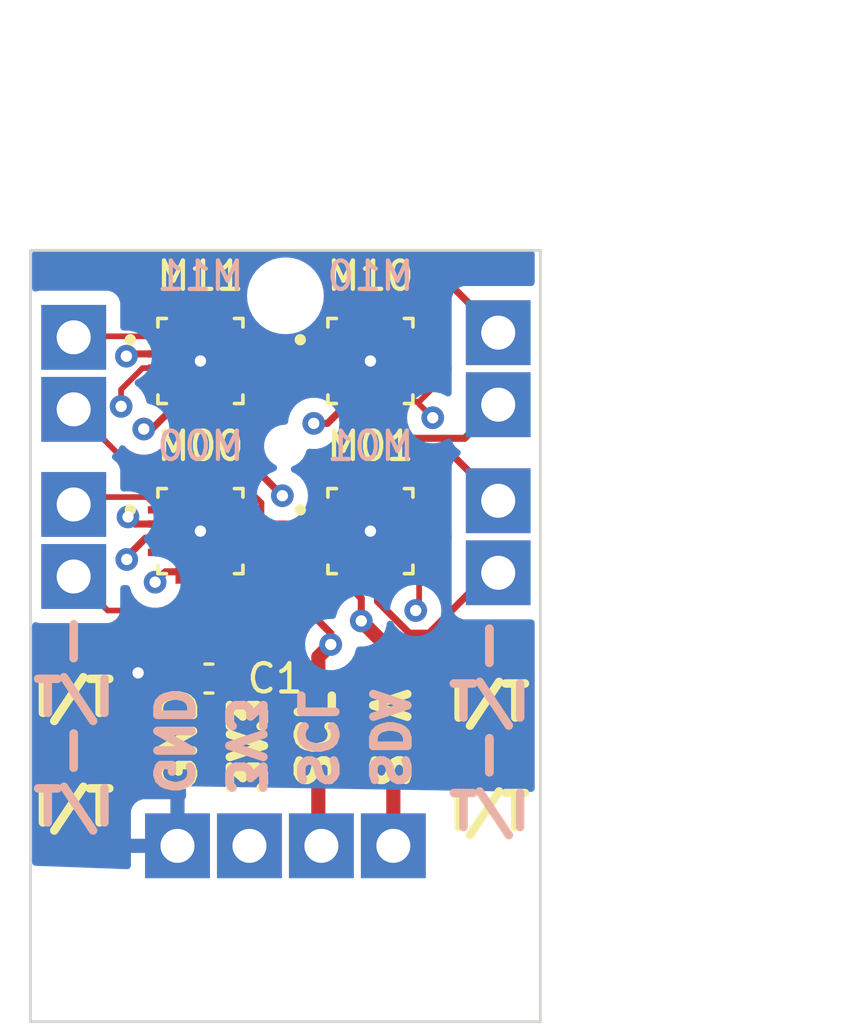
<source format=kicad_pcb>
(kicad_pcb (version 20221018) (generator pcbnew)
  (layers (0 "F.Cu" signal) (1 "In1.Cu" signal) (2 "In2.Cu" signal) (31 "B.Cu" signal) (34 "B.Paste" user) (35 "F.Paste" user) (36 "B.SilkS" user "B.Silkscreen") (37 "F.SilkS" user "F.Silkscreen") (38 "B.Mask" user) (39 "F.Mask" user) (44 "Edge.Cuts" user))
  (net 0 "")
  (net 1 "GND")
  (net 2 "/3V3")
  (net 3 "/SCL")
  (net 4 "/SDA")
  (net 5 "Net-(M10-INT{slash}TRIG)")
  (net 7 "Net-(M10-INT)")
  (net 8 "Net-(M11-INT{slash}TRIG)")
  (net 10 "Net-(M11-INT)")
  (net 11 "Net-(M01-INT{slash}TRIG)")
  (net 13 "Net-(M01-INT)")
  (net 14 "Net-(M00-INT{slash}TRIG)")
  (net 16 "Net-(M00-INT)")
  (footprint "" (layer "F.Cu") (at 24.8 40.482)
    (fp_text reference "" (at 0 0) (layer "F.SilkS") (effects (font (size 1.27 1.27))))
    (fp_text value "" (at 0 0) (layer "F.SilkS") (effects (font (size 1.27 1.27))))
    (pad "" np_thru_hole circle (at 0.2 0.218) (size 1.5 1.5) (drill 2.2) (layers "F&B.Cu" "*.Mask"))
  )
  (footprint "magtouch:2POS_INTERFACE" (layer "F.Cu") (at 32.512 44.54 90)
    (fp_text reference "I2" hide)
    (fp_text value "2POS_INTERFACE" hide)
    (pad "1" thru_hole rect (at 0 0 90) (size 2.286 2.286) (drill 1.2) (layers "*.Cu" "*.Mask") (net 5 "Net-(M10-INT{slash}TRIG)"))
    (pad "2" thru_hole rect (at 2.54 0 90) (size 2.286 2.286) (drill 1.2) (layers "*.Cu" "*.Mask") (net 7 "Net-(M10-INT)"))
  )
  (footprint "magtouch:QFN50P300X300X100-17N" (layer "F.Cu") (at 28 43)
    (fp_text reference "M10" (at 0 -3) (layer "F.SilkS"))
    (fp_text value "~" hide)
    (fp_text user "${REFERENCE}" (at 0 -3) (layer "B.SilkS") (effects (justify mirror)))
    (fp_line (start -1.5 -1.5) (end -1.5 -1.2) (stroke (width 0.127)) (layer "F.SilkS"))
    (fp_line (start -1.5 -1.5) (end -1.2 -1.5) (stroke (width 0.127)) (layer "F.SilkS"))
    (fp_line (start -1.5 1.5) (end -1.5 1.2) (stroke (width 0.127)) (layer "F.SilkS"))
    (fp_line (start -1.5 1.5) (end -1.2 1.5) (stroke (width 0.127)) (layer "F.SilkS"))
    (fp_line (start 1.5 -1.5) (end 1.2 -1.5) (stroke (width 0.127)) (layer "F.SilkS"))
    (fp_line (start 1.5 -1.5) (end 1.5 -1.2) (stroke (width 0.127)) (layer "F.SilkS"))
    (fp_line (start 1.5 1.5) (end 1.2 1.5) (stroke (width 0.127)) (layer "F.SilkS"))
    (fp_line (start 1.5 1.5) (end 1.5 1.2) (stroke (width 0.127)) (layer "F.SilkS"))
    (fp_circle (center -2.475 -0.75) (end -2.375 -0.75) (stroke (width 0.2)) (fill none) (layer "F.SilkS"))
    (pad "1" smd roundrect (at -1.435 -0.75) (size 0.84 0.26) (layers "F.Cu" "F.Paste" "F.Mask") (roundrect_rratio 0.03) (net 7 "Net-(M10-INT)"))
    (pad "2" smd roundrect (at -1.435 -0.25) (size 0.84 0.26) (layers "F.Cu" "F.Paste" "F.Mask") (roundrect_rratio 0.03) (net 2 "/3V3"))
    (pad "3" smd roundrect (at -1.435 0.25) (size 0.84 0.26) (layers "F.Cu" "F.Paste" "F.Mask") (roundrect_rratio 0.03) (net 3 "/SCL"))
    (pad "4" smd roundrect (at -1.435 0.75) (size 0.84 0.26) (layers "F.Cu" "F.Paste" "F.Mask") (roundrect_rratio 0.03) (net 1 "GND"))
    (pad "5" smd roundrect (at -0.75 1.435 90) (size 0.84 0.26) (layers "F.Cu" "F.Paste" "F.Mask") (roundrect_rratio 0.03) (net 4 "/SDA"))
    (pad "6" smd roundrect (at -0.25 1.435 90) (size 0.84 0.26) (layers "F.Cu" "F.Paste" "F.Mask") (roundrect_rratio 0.03))
    (pad "7" smd roundrect (at 0.25 1.435 90) (size 0.84 0.26) (layers "F.Cu" "F.Paste" "F.Mask") (roundrect_rratio 0.03) (net 5 "Net-(M10-INT{slash}TRIG)"))
    (pad "8" smd roundrect (at 0.75 1.435 90) (size 0.84 0.26) (layers "F.Cu" "F.Paste" "F.Mask") (roundrect_rratio 0.03) (net 2 "/3V3"))
    (pad "9" smd roundrect (at 1.435 0.75) (size 0.84 0.26) (layers "F.Cu" "F.Paste" "F.Mask") (roundrect_rratio 0.03) (net 1 "GND"))
    (pad "10" smd roundrect (at 1.435 0.25) (size 0.84 0.26) (layers "F.Cu" "F.Paste" "F.Mask") (roundrect_rratio 0.03) (net 1 "GND"))
    (pad "11" smd roundrect (at 1.435 -0.25) (size 0.84 0.26) (layers "F.Cu" "F.Paste" "F.Mask") (roundrect_rratio 0.03) (net 2 "/3V3"))
    (pad "12" smd roundrect (at 1.435 -0.75) (size 0.84 0.26) (layers "F.Cu" "F.Paste" "F.Mask") (roundrect_rratio 0.03) (net 1 "GND"))
    (pad "13" smd roundrect (at 0.75 -1.435 90) (size 0.84 0.26) (layers "F.Cu" "F.Paste" "F.Mask") (roundrect_rratio 0.03) (net 1 "GND"))
    (pad "14" smd roundrect (at 0.25 -1.435 90) (size 0.84 0.26) (layers "F.Cu" "F.Paste" "F.Mask") (roundrect_rratio 0.03) (net 1 "GND"))
    (pad "15" smd roundrect (at -0.25 -1.435 90) (size 0.84 0.26) (layers "F.Cu" "F.Paste" "F.Mask") (roundrect_rratio 0.03) (net 2 "/3V3"))
    (pad "16" smd roundrect (at -0.75 -1.435 90) (size 0.84 0.26) (layers "F.Cu" "F.Paste" "F.Mask") (roundrect_rratio 0.03) (net 1 "GND"))
    (pad "17" smd rect (at 0 0) (size 1.68 1.68) (layers "F.Cu" "F.Mask") (net 1 "GND"))
  )
  (footprint "Capacitor_SMD:C_0603_1608Metric" (layer "F.Cu") (at 22.3 54.2 180)
    (fp_text reference "C1" (at -2.338 0) (layer "F.SilkS"))
    (fp_text value "0.1µF" hide)
    (fp_line (start -0.14058 -0.51) (end 0.14058 -0.51) (stroke (width 0.12)) (layer "F.SilkS"))
    (fp_line (start -0.14058 0.51) (end 0.14058 0.51) (stroke (width 0.12)) (layer "F.SilkS"))
    (pad "1" smd roundrect (at -0.775 0 180) (size 0.9 0.95) (layers "F.Cu" "F.Paste" "F.Mask") (net 2 "/3V3"))
    (pad "2" smd roundrect (at 0.775 0 180) (size 0.9 0.95) (layers "F.Cu" "F.Paste" "F.Mask") (net 1 "GND"))
  )
  (footprint "" (layer "F.Cu") (at 24.892 45.974)
    (fp_text reference "" (at 0 0) (layer "F.SilkS") (effects (font (size 1.27 1.27))))
    (fp_text value "" (at 0 0) (layer "F.SilkS") (effects (font (size 1.27 1.27))))
    (pad "" np_thru_hole circle (at 0.108 0.026) (size 0.5 0.5) (drill 1) (layers "F&B.Cu" "*.Mask"))
  )
  (footprint "magtouch:QFN50P300X300X100-17N" (layer "F.Cu") (at 28 49)
    (fp_text reference "M01" (at 0 -3) (layer "F.SilkS"))
    (fp_text value "~" hide)
    (fp_text user "${REFERENCE}" (at 0 -3) (layer "B.SilkS") (effects (justify mirror)))
    (fp_line (start -1.5 -1.5) (end -1.5 -1.2) (stroke (width 0.127)) (layer "F.SilkS"))
    (fp_line (start -1.5 -1.5) (end -1.2 -1.5) (stroke (width 0.127)) (layer "F.SilkS"))
    (fp_line (start -1.5 1.5) (end -1.5 1.2) (stroke (width 0.127)) (layer "F.SilkS"))
    (fp_line (start -1.5 1.5) (end -1.2 1.5) (stroke (width 0.127)) (layer "F.SilkS"))
    (fp_line (start 1.5 -1.5) (end 1.2 -1.5) (stroke (width 0.127)) (layer "F.SilkS"))
    (fp_line (start 1.5 -1.5) (end 1.5 -1.2) (stroke (width 0.127)) (layer "F.SilkS"))
    (fp_line (start 1.5 1.5) (end 1.2 1.5) (stroke (width 0.127)) (layer "F.SilkS"))
    (fp_line (start 1.5 1.5) (end 1.5 1.2) (stroke (width 0.127)) (layer "F.SilkS"))
    (fp_circle (center -2.475 -0.75) (end -2.375 -0.75) (stroke (width 0.2)) (fill none) (layer "F.SilkS"))
    (pad "1" smd roundrect (at -1.435 -0.75) (size 0.84 0.26) (layers "F.Cu" "F.Paste" "F.Mask") (roundrect_rratio 0.03) (net 13 "Net-(M01-INT)"))
    (pad "2" smd roundrect (at -1.435 -0.25) (size 0.84 0.26) (layers "F.Cu" "F.Paste" "F.Mask") (roundrect_rratio 0.03) (net 2 "/3V3"))
    (pad "3" smd roundrect (at -1.435 0.25) (size 0.84 0.26) (layers "F.Cu" "F.Paste" "F.Mask") (roundrect_rratio 0.03) (net 3 "/SCL"))
    (pad "4" smd roundrect (at -1.435 0.75) (size 0.84 0.26) (layers "F.Cu" "F.Paste" "F.Mask") (roundrect_rratio 0.03) (net 1 "GND"))
    (pad "5" smd roundrect (at -0.75 1.435 90) (size 0.84 0.26) (layers "F.Cu" "F.Paste" "F.Mask") (roundrect_rratio 0.03) (net 4 "/SDA"))
    (pad "6" smd roundrect (at -0.25 1.435 90) (size 0.84 0.26) (layers "F.Cu" "F.Paste" "F.Mask") (roundrect_rratio 0.03))
    (pad "7" smd roundrect (at 0.25 1.435 90) (size 0.84 0.26) (layers "F.Cu" "F.Paste" "F.Mask") (roundrect_rratio 0.03) (net 11 "Net-(M01-INT{slash}TRIG)"))
    (pad "8" smd roundrect (at 0.75 1.435 90) (size 0.84 0.26) (layers "F.Cu" "F.Paste" "F.Mask") (roundrect_rratio 0.03) (net 2 "/3V3"))
    (pad "9" smd roundrect (at 1.435 0.75) (size 0.84 0.26) (layers "F.Cu" "F.Paste" "F.Mask") (roundrect_rratio 0.03) (net 1 "GND"))
    (pad "10" smd roundrect (at 1.435 0.25) (size 0.84 0.26) (layers "F.Cu" "F.Paste" "F.Mask") (roundrect_rratio 0.03) (net 1 "GND"))
    (pad "11" smd roundrect (at 1.435 -0.25) (size 0.84 0.26) (layers "F.Cu" "F.Paste" "F.Mask") (roundrect_rratio 0.03) (net 1 "GND"))
    (pad "12" smd roundrect (at 1.435 -0.75) (size 0.84 0.26) (layers "F.Cu" "F.Paste" "F.Mask") (roundrect_rratio 0.03) (net 2 "/3V3"))
    (pad "13" smd roundrect (at 0.75 -1.435 90) (size 0.84 0.26) (layers "F.Cu" "F.Paste" "F.Mask") (roundrect_rratio 0.03) (net 1 "GND"))
    (pad "14" smd roundrect (at 0.25 -1.435 90) (size 0.84 0.26) (layers "F.Cu" "F.Paste" "F.Mask") (roundrect_rratio 0.03) (net 1 "GND"))
    (pad "15" smd roundrect (at -0.25 -1.435 90) (size 0.84 0.26) (layers "F.Cu" "F.Paste" "F.Mask") (roundrect_rratio 0.03) (net 2 "/3V3"))
    (pad "16" smd roundrect (at -0.75 -1.435 90) (size 0.84 0.26) (layers "F.Cu" "F.Paste" "F.Mask") (roundrect_rratio 0.03) (net 1 "GND"))
    (pad "17" smd rect (at 0 0) (size 1.68 1.68) (layers "F.Cu" "F.Mask") (net 1 "GND"))
  )
  (footprint "" (layer "F.Cu") (at 17.272 62.992)
    (fp_text reference "" (at 0 0) (layer "F.SilkS") (effects (font (size 1.27 1.27))))
    (fp_text value "" (at 0 0) (layer "F.SilkS") (effects (font (size 1.27 1.27))))
    (pad "" np_thru_hole circle (at 0.228 0.008) (size 1.5 1.5) (drill 2.2) (layers "F&B.Cu" "*.Mask"))
  )
  (footprint "magtouch:2POS_INTERFACE" (layer "F.Cu") (at 17.526 50.6 90)
    (fp_text reference "I5" hide)
    (fp_text value "2POS_INTERFACE" hide)
    (pad "1" thru_hole rect (at 0 0 90) (size 2.286 2.286) (drill 1.2) (layers "*.Cu" "*.Mask") (net 14 "Net-(M00-INT{slash}TRIG)"))
    (pad "2" thru_hole rect (at 2.54 0 90) (size 2.286 2.286) (drill 1.2) (layers "*.Cu" "*.Mask") (net 16 "Net-(M00-INT)"))
  )
  (footprint "" (layer "F.Cu") (at 32.258 62.984)
    (fp_text reference "" (at 0 0) (layer "F.SilkS") (effects (font (size 1.27 1.27))))
    (fp_text value "" (at 0 0) (layer "F.SilkS") (effects (font (size 1.27 1.27))))
    (pad "" np_thru_hole circle (at 0.242 0.008) (size 1.5 1.5) (drill 2.2) (layers "F&B.Cu" "*.Mask"))
  )
  (footprint "magtouch:QFN50P300X300X100-17N" (layer "F.Cu") (at 22 49)
    (fp_text reference "M00" (at 0 -3) (layer "F.SilkS"))
    (fp_text value "~" hide)
    (fp_text user "${REFERENCE}" (at 0 -3) (layer "B.SilkS") (effects (justify mirror)))
    (fp_line (start -1.5 -1.5) (end -1.5 -1.2) (stroke (width 0.127)) (layer "F.SilkS"))
    (fp_line (start -1.5 -1.5) (end -1.2 -1.5) (stroke (width 0.127)) (layer "F.SilkS"))
    (fp_line (start -1.5 1.5) (end -1.5 1.2) (stroke (width 0.127)) (layer "F.SilkS"))
    (fp_line (start -1.5 1.5) (end -1.2 1.5) (stroke (width 0.127)) (layer "F.SilkS"))
    (fp_line (start 1.5 -1.5) (end 1.2 -1.5) (stroke (width 0.127)) (layer "F.SilkS"))
    (fp_line (start 1.5 -1.5) (end 1.5 -1.2) (stroke (width 0.127)) (layer "F.SilkS"))
    (fp_line (start 1.5 1.5) (end 1.2 1.5) (stroke (width 0.127)) (layer "F.SilkS"))
    (fp_line (start 1.5 1.5) (end 1.5 1.2) (stroke (width 0.127)) (layer "F.SilkS"))
    (fp_circle (center -2.475 -0.75) (end -2.375 -0.75) (stroke (width 0.2)) (fill none) (layer "F.SilkS"))
    (pad "1" smd roundrect (at -1.435 -0.75) (size 0.84 0.26) (layers "F.Cu" "F.Paste" "F.Mask") (roundrect_rratio 0.03) (net 16 "Net-(M00-INT)"))
    (pad "2" smd roundrect (at -1.435 -0.25) (size 0.84 0.26) (layers "F.Cu" "F.Paste" "F.Mask") (roundrect_rratio 0.03) (net 2 "/3V3"))
    (pad "3" smd roundrect (at -1.435 0.25) (size 0.84 0.26) (layers "F.Cu" "F.Paste" "F.Mask") (roundrect_rratio 0.03) (net 3 "/SCL"))
    (pad "4" smd roundrect (at -1.435 0.75) (size 0.84 0.26) (layers "F.Cu" "F.Paste" "F.Mask") (roundrect_rratio 0.03) (net 1 "GND"))
    (pad "5" smd roundrect (at -0.75 1.435 90) (size 0.84 0.26) (layers "F.Cu" "F.Paste" "F.Mask") (roundrect_rratio 0.03) (net 4 "/SDA"))
    (pad "6" smd roundrect (at -0.25 1.435 90) (size 0.84 0.26) (layers "F.Cu" "F.Paste" "F.Mask") (roundrect_rratio 0.03))
    (pad "7" smd roundrect (at 0.25 1.435 90) (size 0.84 0.26) (layers "F.Cu" "F.Paste" "F.Mask") (roundrect_rratio 0.03) (net 14 "Net-(M00-INT{slash}TRIG)"))
    (pad "8" smd roundrect (at 0.75 1.435 90) (size 0.84 0.26) (layers "F.Cu" "F.Paste" "F.Mask") (roundrect_rratio 0.03) (net 2 "/3V3"))
    (pad "9" smd roundrect (at 1.435 0.75) (size 0.84 0.26) (layers "F.Cu" "F.Paste" "F.Mask") (roundrect_rratio 0.03) (net 1 "GND"))
    (pad "10" smd roundrect (at 1.435 0.25) (size 0.84 0.26) (layers "F.Cu" "F.Paste" "F.Mask") (roundrect_rratio 0.03) (net 1 "GND"))
    (pad "11" smd roundrect (at 1.435 -0.25) (size 0.84 0.26) (layers "F.Cu" "F.Paste" "F.Mask") (roundrect_rratio 0.03) (net 1 "GND"))
    (pad "12" smd roundrect (at 1.435 -0.75) (size 0.84 0.26) (layers "F.Cu" "F.Paste" "F.Mask") (roundrect_rratio 0.03) (net 1 "GND"))
    (pad "13" smd roundrect (at 0.75 -1.435 90) (size 0.84 0.26) (layers "F.Cu" "F.Paste" "F.Mask") (roundrect_rratio 0.03) (net 1 "GND"))
    (pad "14" smd roundrect (at 0.25 -1.435 90) (size 0.84 0.26) (layers "F.Cu" "F.Paste" "F.Mask") (roundrect_rratio 0.03) (net 1 "GND"))
    (pad "15" smd roundrect (at -0.25 -1.435 90) (size 0.84 0.26) (layers "F.Cu" "F.Paste" "F.Mask") (roundrect_rratio 0.03) (net 2 "/3V3"))
    (pad "16" smd roundrect (at -0.75 -1.435 90) (size 0.84 0.26) (layers "F.Cu" "F.Paste" "F.Mask") (roundrect_rratio 0.03) (net 1 "GND"))
    (pad "17" smd rect (at 0 0) (size 1.68 1.68) (layers "F.Cu" "F.Mask") (net 1 "GND"))
  )
  (footprint "magtouch:4POS_INTERFACE" (layer "F.Cu") (at 21.19 60.1)
    (fp_text reference "I1" hide)
    (fp_text value "2POS_INTERFACE" hide)
    (pad "1" thru_hole rect (at 0 0) (size 2.286 2.286) (drill 1.2) (layers "*.Cu" "*.Mask") (net 1 "GND"))
    (pad "2" thru_hole rect (at 2.54 0) (size 2.286 2.286) (drill 1.2) (layers "*.Cu" "*.Mask") (net 2 "/3V3"))
    (pad "3" thru_hole rect (at 5.08 0) (size 2.286 2.286) (drill 1.2) (layers "*.Cu" "*.Mask") (net 3 "/SCL"))
    (pad "4" thru_hole rect (at 7.62 0) (size 2.286 2.286) (drill 1.2) (layers "*.Cu" "*.Mask") (net 4 "/SDA"))
  )
  (footprint "magtouch:2POS_INTERFACE" (layer "F.Cu") (at 17.526 44.704 90)
    (fp_text reference "I3" hide)
    (fp_text value "2POS_INTERFACE" hide)
    (pad "1" thru_hole rect (at 0 0 90) (size 2.286 2.286) (drill 1.2) (layers "*.Cu" "*.Mask") (net 8 "Net-(M11-INT{slash}TRIG)"))
    (pad "2" thru_hole rect (at 2.54 0 90) (size 2.286 2.286) (drill 1.2) (layers "*.Cu" "*.Mask") (net 10 "Net-(M11-INT)"))
  )
  (footprint "magtouch:2POS_INTERFACE" (layer "F.Cu") (at 32.512 50.47 90)
    (fp_text reference "I4" hide)
    (fp_text value "2POS_INTERFACE" hide)
    (pad "1" thru_hole rect (at 0 0 90) (size 2.286 2.286) (drill 1.2) (layers "*.Cu" "*.Mask") (net 11 "Net-(M01-INT{slash}TRIG)"))
    (pad "2" thru_hole rect (at 2.54 0 90) (size 2.286 2.286) (drill 1.2) (layers "*.Cu" "*.Mask") (net 13 "Net-(M01-INT)"))
  )
  (footprint "magtouch:QFN50P300X300X100-17N" (layer "F.Cu") (at 22 43)
    (fp_text reference "M11" (at 0 -3) (layer "F.SilkS"))
    (fp_text value "~" hide)
    (fp_text user "${REFERENCE}" (at 0 -3) (layer "B.SilkS") (effects (justify mirror)))
    (fp_line (start -1.5 -1.5) (end -1.5 -1.2) (stroke (width 0.127)) (layer "F.SilkS"))
    (fp_line (start -1.5 -1.5) (end -1.2 -1.5) (stroke (width 0.127)) (layer "F.SilkS"))
    (fp_line (start -1.5 1.5) (end -1.5 1.2) (stroke (width 0.127)) (layer "F.SilkS"))
    (fp_line (start -1.5 1.5) (end -1.2 1.5) (stroke (width 0.127)) (layer "F.SilkS"))
    (fp_line (start 1.5 -1.5) (end 1.2 -1.5) (stroke (width 0.127)) (layer "F.SilkS"))
    (fp_line (start 1.5 -1.5) (end 1.5 -1.2) (stroke (width 0.127)) (layer "F.SilkS"))
    (fp_line (start 1.5 1.5) (end 1.2 1.5) (stroke (width 0.127)) (layer "F.SilkS"))
    (fp_line (start 1.5 1.5) (end 1.5 1.2) (stroke (width 0.127)) (layer "F.SilkS"))
    (fp_circle (center -2.475 -0.75) (end -2.375 -0.75) (stroke (width 0.2)) (fill none) (layer "F.SilkS"))
    (pad "1" smd roundrect (at -1.435 -0.75) (size 0.84 0.26) (layers "F.Cu" "F.Paste" "F.Mask") (roundrect_rratio 0.03) (net 10 "Net-(M11-INT)"))
    (pad "2" smd roundrect (at -1.435 -0.25) (size 0.84 0.26) (layers "F.Cu" "F.Paste" "F.Mask") (roundrect_rratio 0.03) (net 2 "/3V3"))
    (pad "3" smd roundrect (at -1.435 0.25) (size 0.84 0.26) (layers "F.Cu" "F.Paste" "F.Mask") (roundrect_rratio 0.03) (net 3 "/SCL"))
    (pad "4" smd roundrect (at -1.435 0.75) (size 0.84 0.26) (layers "F.Cu" "F.Paste" "F.Mask") (roundrect_rratio 0.03) (net 1 "GND"))
    (pad "5" smd roundrect (at -0.75 1.435 90) (size 0.84 0.26) (layers "F.Cu" "F.Paste" "F.Mask") (roundrect_rratio 0.03) (net 4 "/SDA"))
    (pad "6" smd roundrect (at -0.25 1.435 90) (size 0.84 0.26) (layers "F.Cu" "F.Paste" "F.Mask") (roundrect_rratio 0.03))
    (pad "7" smd roundrect (at 0.25 1.435 90) (size 0.84 0.26) (layers "F.Cu" "F.Paste" "F.Mask") (roundrect_rratio 0.03) (net 8 "Net-(M11-INT{slash}TRIG)"))
    (pad "8" smd roundrect (at 0.75 1.435 90) (size 0.84 0.26) (layers "F.Cu" "F.Paste" "F.Mask") (roundrect_rratio 0.03) (net 2 "/3V3"))
    (pad "9" smd roundrect (at 1.435 0.75) (size 0.84 0.26) (layers "F.Cu" "F.Paste" "F.Mask") (roundrect_rratio 0.03) (net 1 "GND"))
    (pad "10" smd roundrect (at 1.435 0.25) (size 0.84 0.26) (layers "F.Cu" "F.Paste" "F.Mask") (roundrect_rratio 0.03) (net 1 "GND"))
    (pad "11" smd roundrect (at 1.435 -0.25) (size 0.84 0.26) (layers "F.Cu" "F.Paste" "F.Mask") (roundrect_rratio 0.03) (net 2 "/3V3"))
    (pad "12" smd roundrect (at 1.435 -0.75) (size 0.84 0.26) (layers "F.Cu" "F.Paste" "F.Mask") (roundrect_rratio 0.03) (net 2 "/3V3"))
    (pad "13" smd roundrect (at 0.75 -1.435 90) (size 0.84 0.26) (layers "F.Cu" "F.Paste" "F.Mask") (roundrect_rratio 0.03) (net 1 "GND"))
    (pad "14" smd roundrect (at 0.25 -1.435 90) (size 0.84 0.26) (layers "F.Cu" "F.Paste" "F.Mask") (roundrect_rratio 0.03) (net 1 "GND"))
    (pad "15" smd roundrect (at -0.25 -1.435 90) (size 0.84 0.26) (layers "F.Cu" "F.Paste" "F.Mask") (roundrect_rratio 0.03) (net 2 "/3V3"))
    (pad "16" smd roundrect (at -0.75 -1.435 90) (size 0.84 0.26) (layers "F.Cu" "F.Paste" "F.Mask") (roundrect_rratio 0.03) (net 1 "GND"))
    (pad "17" smd rect (at 0 0) (size 1.68 1.68) (layers "F.Cu" "F.Mask") (net 1 "GND"))
  )
  (gr_rect (start 16 39.1) (end 34 66.3) (stroke (width 0.1)) (fill none) (layer "Edge.Cuts"))
  (gr_text "SDA" (at 27.94 58.2 -90) (layer "B.SilkS") (effects (font (size 1.2 1.2) (thickness 0.3) bold) (justify left bottom mirror)))
  (gr_text "GND" (at 20.32 58.42 -90) (layer "B.SilkS") (effects (font (size 1.2 1.2) (thickness 0.3) bold) (justify left bottom mirror)))
  (gr_text "I\nI/T\nI\nI/T" (at 17.526 59.436) (layer "B.SilkS") (effects (font (size 1.2 1.2) (thickness 0.3) bold) (justify bottom mirror)))
  (gr_text "I\nI/T\nI\nI/T" (at 32.2 59.6) (layer "B.SilkS") (effects (font (size 1.2 1.2) (thickness 0.3) bold) (justify bottom mirror)))
  (gr_text "3V3" (at 22.86 58.42 -90) (layer "B.SilkS") (effects (font (size 1.2 1.2) (thickness 0.3) bold) (justify left bottom mirror)))
  (gr_text "SCL" (at 25.4 58.2 -90) (layer "B.SilkS") (effects (font (size 1.2 1.2) (thickness 0.3) bold) (justify left bottom mirror)))
  (gr_text "I\nI/T\nI\nI/T" (at 32.2 59.6) (layer "F.SilkS") (effects (font (size 1.2 1.2) (thickness 0.3) bold) (justify bottom)))
  (gr_text "SDA" (at 29.464 58.2 90) (layer "F.SilkS") (effects (font (size 1.2 1.2) (thickness 0.3) bold) (justify left bottom)))
  (gr_text "3V3" (at 24.4 58.42 90) (layer "F.SilkS") (effects (font (size 1.2 1.2) (thickness 0.3) bold) (justify left bottom)))
  (gr_text "I\nI/T\nI\nI/T" (at 17.526 59.436) (layer "F.SilkS") (effects (font (size 1.2 1.2) (thickness 0.3) bold) (justify bottom)))
  (gr_text "SCL" (at 26.8 58.2 90) (layer "F.SilkS") (effects (font (size 1.2 1.2) (thickness 0.3) bold) (justify left bottom)))
  (gr_text "GND" (at 21.9 58.42 90) (layer "F.SilkS") (effects (font (size 1.2 1.2) (thickness 0.3) bold) (justify left bottom)))
  (segment (start 29.435 48.75) (end 28.25 48.75) (width 0.2) (layer "F.Cu") (net 1))
  (segment (start 22.25 48.75) (end 22 49) (width 0.2) (layer "F.Cu") (net 1))
  (segment (start 21.285 42.285) (end 22 43) (width 0.2) (layer "F.Cu") (net 1))
  (segment (start 19.8 54) (end 20 54.2) (width 1) (layer "F.Cu") (net 1))
  (segment (start 28.75 47.8278) (end 28 48.5778) (width 0.2) (layer "F.Cu") (net 1))
  (segment (start 22.25 49.25) (end 22 49) (width 0.2) (layer "F.Cu") (net 1))
  (segment (start 23.435 48.25) (end 22.75 48.25) (width 0.25) (layer "F.Cu") (net 1))
  (segment (start 23.034695 43.75) (end 22.284695 43) (width 0.2) (layer "F.Cu") (net 1))
  (segment (start 27.285 47.6) (end 27.285 48.285) (width 0.2) (layer "F.Cu") (net 1))
  (segment (start 29.1722 49.75) (end 28.4222 49) (width 0.2) (layer "F.Cu") (net 1))
  (segment (start 27.285 49.715) (end 28 49) (width 0.2) (layer "F.Cu") (net 1))
  (segment (start 28.25 43.25) (end 28 43) (width 0.2) (layer "F.Cu") (net 1))
  (segment (start 22.75 41.565) (end 22.75 41.965305) (width 0.2) (layer "F.Cu") (net 1))
  (segment (start 23.435 49.75) (end 23.1722 49.75) (width 0.2) (layer "F.Cu") (net 1))
  (segment (start 23.435 48.75) (end 22.25 48.75) (width 0.25) (layer "F.Cu") (net 1))
  (segment (start 28.4222 49) (end 28 49) (width 0.2) (layer "F.Cu") (net 1))
  (segment (start 28.75 42.25) (end 28 43) (width 0.2) (layer "F.Cu") (net 1))
  (segment (start 20.635 49.68) (end 21.32 49.68) (width 0.2) (layer "F.Cu") (net 1))
  (segment (start 27.285 41.6) (end 27.285 42.285) (width 0.2) (layer "F.Cu") (net 1))
  (segment (start 28.4222 43) (end 28 43) (width 0.2) (layer "F.Cu") (net 1))
  (segment (start 28.75 47.565) (end 28.75 47.8278) (width 0.2) (layer "F.Cu") (net 1))
  (segment (start 22.4222 49) (end 22 49) (width 0.2) (layer "F.Cu") (net 1))
  (segment (start 26.6 43.715) (end 27.285 43.715) (width 0.2) (layer "F.Cu") (net 1))
  (segment (start 22 42.715305) (end 22 43) (width 0.2) (layer "F.Cu") (net 1))
  (segment (start 27.285 48.285) (end 28 49) (width 0.2) (layer "F.Cu") (net 1))
  (segment (start 20.6 43.715) (end 21.285 43.715) (width 0.2) (layer "F.Cu") (net 1))
  (segment (start 29.435 43.25) (end 28.25 43.25) (width 0.2) (layer "F.Cu") (net 1))
  (segment (start 22.284695 43) (end 22 43) (width 0.2) (layer "F.Cu") (net 1))
  (segment (start 26.565 43.75) (end 26.6 43.715) (width 0.2) (layer "F.Cu") (net 1))
  (segment (start 27.285 42.285) (end 28 43) (width 0.2) (layer "F.Cu") (net 1))
  (segment (start 21.32 49.68) (end 22 49) (width 0.2) (layer "F.Cu") (net 1))
  (segment (start 22.25 47.565) (end 22.25 48.75) (width 0.2) (layer "F.Cu") (net 1))
  (segment (start 28.25 49.25) (end 28 49) (width 0.2) (layer "F.Cu") (net 1))
  (segment (start 29.435 49.75) (end 29.1722 49.75) (width 0.2) (layer "F.Cu") (net 1))
  (segment (start 28.25 41.565) (end 28.25 42.75) (width 0.2) (layer "F.Cu") (net 1))
  (segment (start 21.285 48.285) (end 22 49) (width 0.2) (layer "F.Cu") (net 1))
  (segment (start 21.285 43.715) (end 22 43) (width 0.2) (layer "F.Cu") (net 1))
  (segment (start 29.435 43.75) (end 29.1722 43.75) (width 0.2) (layer "F.Cu") (net 1))
  (segment (start 27.25 47.565) (end 27.285 47.6) (width 0.2) (layer "F.Cu") (net 1))
  (segment (start 22.25 43.25) (end 22 43) (width 0.2) (layer "F.Cu") (net 1))
  (segment (start 22.25 41.565) (end 22.25 42.75) (width 0.2) (layer "F.Cu") (net 1))
  (segment (start 22.25 42.75) (end 22 43) (width 0.2) (layer "F.Cu") (net 1))
  (segment (start 27.285 43.715) (end 28 43) (width 0.2) (layer "F.Cu") (net 1))
  (segment (start 22.75 41.965305) (end 22 42.715305) (width 0.2) (layer "F.Cu") (net 1))
  (segment (start 27.25 41.565) (end 27.285 41.6) (width 0.2) (layer "F.Cu") (net 1))
  (segment (start 21.25 47.565) (end 21.285 47.6) (width 0.2) (layer "F.Cu") (net 1))
  (segment (start 23.435 49.25) (end 22.25 49.25) (width 0.2) (layer "F.Cu") (net 1))
  (segment (start 22.75 47.565) (end 22.75 48.25) (width 0.25) (layer "F.Cu") (net 1))
  (segment (start 29.1722 43.75) (end 28.4222 43) (width 0.2) (layer "F.Cu") (net 1))
  (segment (start 21.285 47.6) (end 21.285 48.285) (width 0.2) (layer "F.Cu") (net 1))
  (segment (start 28.75 41.565) (end 28.75 42.25) (width 0.2) (layer "F.Cu") (net 1))
  (segment (start 29.435 49.25) (end 28.25 49.25) (width 0.2) (layer "F.Cu") (net 1))
  (segment (start 20.565 43.75) (end 20.6 43.715) (width 0.2) (layer "F.Cu") (net 1))
  (segment (start 23.435 43.25) (end 22.25 43.25) (width 0.2) (layer "F.Cu") (net 1))
  (segment (start 20.565 49.75) (end 20.635 49.68) (width 0.2) (layer "F.Cu") (net 1))
  (segment (start 28.25 47.565) (end 28.25 48.75) (width 0.2) (layer "F.Cu") (net 1))
  (segment (start 26.6 49.715) (end 27.285 49.715) (width 0.2) (layer "F.Cu") (net 1))
  (segment (start 29.435 42.25) (end 28.75 42.25) (width 0.2) (layer "F.Cu") (net 1))
  (segment (start 20 54.2) (end 21.525 54.2) (width 1) (layer "F.Cu") (net 1))
  (segment (start 28.25 42.75) (end 28 43) (width 0.2) (layer "F.Cu") (net 1))
  (segment (start 23.1722 49.75) (end 22.4222 49) (width 0.2) (layer "F.Cu") (net 1))
  (segment (start 22.75 48.25) (end 22 49) (width 0.25) (layer "F.Cu") (net 1))
  (segment (start 28 48.5778) (end 28 49) (width 0.2) (layer "F.Cu") (net 1))
  (segment (start 23.435 43.75) (end 23.034695 43.75) (width 0.2) (layer "F.Cu") (net 1))
  (segment (start 21.25 41.565) (end 21.285 41.6) (width 0.2) (layer "F.Cu") (net 1))
  (segment (start 26.565 49.75) (end 26.6 49.715) (width 0.2) (layer "F.Cu") (net 1))
  (segment (start 21.285 41.6) (end 21.285 42.285) (width 0.2) (layer "F.Cu") (net 1))
  (segment (start 28.25 48.75) (end 28 49) (width 0.2) (layer "F.Cu") (net 1))
  (via (at 28 43) (size 0.8) (drill 0.4) (layers "F.Cu" "B.Cu") (net 1))
  (via (at 28 49) (size 0.8) (drill 0.4) (layers "F.Cu" "B.Cu") (net 1))
  (via (at 22 49) (size 0.8) (drill 0.4) (layers "F.Cu" "B.Cu") (net 1))
  (via (at 22 43) (size 0.8) (drill 0.4) (layers "F.Cu" "B.Cu") (net 1))
  (via (at 19.8 54) (size 0.8) (drill 0.4) (layers "F.Cu" "B.Cu") (net 1))
  (segment (start 19.6935 48.75) (end 20.565 48.75) (width 0.25) (layer "F.Cu") (net 2))
  (segment (start 23.765 44.435) (end 22.75 44.435) (width 0.2) (layer "F.Cu") (net 2))
  (segment (start 24.155 48.000305) (end 24.155 49.999695) (width 0.2) (layer "F.Cu") (net 2))
  (segment (start 23.435 41.235) (end 23.435 42.25) (width 0.2) (layer "F.Cu") (net 2))
  (segment (start 29.904695 42.75) (end 30.2 43.045305) (width 0.2) (layer "F.Cu") (net 2))
  (segment (start 22.785 50.4) (end 22.75 50.435) (width 0.2) (layer "F.Cu") (net 2))
  (segment (start 23.045 40.845) (end 23.435 41.235) (width 0.2) (layer "F.Cu") (net 2))
  (segment (start 28.000305 46.845) (end 28.999695 46.845) (width 0.2) (layer "F.Cu") (net 2))
  (segment (start 22.000305 40.845) (end 23.045 40.845) (width 0.2) (layer "F.Cu") (net 2))
  (segment (start 19.443 42.8725) (end 19.5655 42.75) (width 0.25) (layer "F.Cu") (net 2))
  (segment (start 29.719695 50.435) (end 28.75 50.435) (width 0.2) (layer "F.Cu") (net 2))
  (segment (start 22.75 44.435) (end 22.75 46.75) (width 0.2) (layer "F.Cu") (net 2))
  (segment (start 29.435 48.25) (end 30.0694 48.25) (width 0.2) (layer "F.Cu") (net 2))
  (segment (start 23.435 42.25) (end 23.435 42.75) (width 0.2) (layer "F.Cu") (net 2))
  (segment (start 22.954695 46.8) (end 24.155 48.000305) (width 0.2) (layer "F.Cu") (net 2))
  (segment (start 22.8 46.8) (end 22.954695 46.8) (width 0.2) (layer "F.Cu") (net 2))
  (segment (start 29.719695 44.435) (end 28.75 44.435) (width 0.2) (layer "F.Cu") (net 2))
  (segment (start 24.155 49.999695) (end 23.754695 50.4) (width 0.2) (layer "F.Cu") (net 2))
  (segment (start 28.954695 40.8) (end 30.155 42.000305) (width 0.2) (layer "F.Cu") (net 2))
  (segment (start 22.045305 46.8) (end 22.8 46.8) (width 0.2) (layer "F.Cu") (net 2))
  (segment (start 21.75 47.095305) (end 22.045305 46.8) (width 0.2) (layer "F.Cu") (net 2))
  (segment (start 29.435 42.75) (end 29.904695 42.75) (width 0.2) (layer "F.Cu") (net 2))
  (segment (start 23.754695 50.4) (end 22.785 50.4) (width 0.2) (layer "F.Cu") (net 2))
  (segment (start 21.75 47.565) (end 21.75 47.095305) (width 0.2) (layer "F.Cu") (net 2))
  (segment (start 30.155 42.000305) (end 30.155 42.499695) (width 0.2) (layer "F.Cu") (net 2))
  (segment (start 27.75 41.095305) (end 28.045305 40.8) (width 0.2) (layer "F.Cu") (net 2))
  (segment (start 24.2 42.75) (end 24.2 43.045305) (width 0.2) (layer "F.Cu") (net 2))
  (segment (start 27.75 47.095305) (end 28.000305 46.845) (width 0.2) (layer "F.Cu") (net 2))
  (segment (start 22.75 50.435) (end 22.75 53.875) (width 0.25) (layer "F.Cu") (net 2))
  (segment (start 29.719695 50.435) (end 29.719695 51.680305) (width 0.2) (layer "F.Cu") (net 2))
  (segment (start 22.75 53.875) (end 23.075 54.2) (width 0.25) (layer "F.Cu") (net 2))
  (segment (start 19.429562 42.8725) (end 19.443 42.8725) (width 0.25) (layer "F.Cu") (net 2))
  (segment (start 23.435 42.75) (end 24.2 42.75) (width 0.2) (layer "F.Cu") (net 2))
  (segment (start 30.0694 48.25) (end 30.155 48.3356) (width 0.2) (layer "F.Cu") (net 2))
  (segment (start 19.5655 42.75) (end 20.565 42.75) (width 0.25) (layer "F.Cu") (net 2))
  (segment (start 30.155 49.999695) (end 29.719695 50.435) (width 0.2) (layer "F.Cu") (net 2))
  (segment (start 21.75 41.095305) (end 22.000305 40.845) (width 0.2) (layer "F.Cu") (net 2))
  (segment (start 21.75 41.565) (end 21.75 41.095305) (width 0.2) (layer "F.Cu") (net 2))
  (segment (start 19.386562 42.8295) (end 19.429562 42.8725) (width 0.25) (layer "F.Cu") (net 2))
  (segment (start 29.719695 44.520195) (end 29.719695 44.435) (width 0.2) (layer "F.Cu") (net 2))
  (segment (start 27.75 41.565) (end 27.75 41.095305) (width 0.2) (layer "F.Cu") (net 2))
  (segment (start 29.719695 51.680305) (end 29.6 51.8) (width 0.2) (layer "F.Cu") (net 2))
  (segment (start 30.2 45.0005) (end 29.719695 44.520195) (width 0.2) (layer "F.Cu") (net 2))
  (segment (start 30.2 43.045305) (end 30.2 43.954695) (width 0.2) (layer "F.Cu") (net 2))
  (segment (start 30.155 48.3356) (end 30.155 49.999695) (width 0.2) (layer "F.Cu") (net 2))
  (segment (start 24.2 43.6) (end 24.2 44) (width 0.2) (layer "F.Cu") (net 2))
  (segment (start 30.2 43.954695) (end 29.719695 44.435) (width 0.2) (layer "F.Cu") (net 2))
  (segment (start 24.2 43.045305) (end 24.2 43.6) (width 0.2) (layer "F.Cu") (net 2))
  (segment (start 19.443 48.4995) (end 19.6935 48.75) (width 0.25) (layer "F.Cu") (net 2))
  (segment (start 28.999695 46.845) (end 29.435 47.280305) (width 0.2) (layer "F.Cu") (net 2))
  (segment (start 29.435 47.280305) (end 29.435 48.25) (width 0.2) (layer "F.Cu") (net 2))
  (segment (start 24.2 44) (end 23.765 44.435) (width 0.2) (layer "F.Cu") (net 2))
  (segment (start 28.045305 40.8) (end 28.954695 40.8) (width 0.2) (layer "F.Cu") (net 2))
  (segment (start 30.155 42.499695) (end 29.904695 42.75) (width 0.2) (layer "F.Cu") (net 2))
  (segment (start 22.75 46.75) (end 22.8 46.8) (width 0.2) (layer "F.Cu") (net 2))
  (segment (start 26.565 48.75) (end 24.205 48.75) (width 0.25) (layer "F.Cu") (net 2))
  (segment (start 24.2 42.75) (end 26.565 42.75) (width 0.2) (layer "F.Cu") (net 2))
  (segment (start 27.75 47.565) (end 27.75 47.095305) (width 0.2) (layer "F.Cu") (net 2))
  (via (at 29.6 51.8) (size 0.8) (drill 0.4) (layers "F.Cu" "B.Cu") (net 2))
  (via (at 30.2 45.0005) (size 0.8) (drill 0.4) (layers "F.Cu" "B.Cu") (net 2))
  (via (at 19.443 48.4995) (size 0.8) (drill 0.4) (layers "F.Cu" "B.Cu") (net 2))
  (via (at 19.386562 42.8295) (size 0.8) (drill 0.4) (layers "F.Cu" "B.Cu") (net 2))
  (segment (start 19.2 44.6) (end 19.2 44.005305) (width 0.2) (layer "F.Cu") (net 3))
  (segment (start 26.162 59.992) (end 26.162 53.438) (width 0.5) (layer "F.Cu") (net 3))
  (segment (start 23.876 46.736) (end 23.876 45.43395) (width 0.25) (layer "F.Cu") (net 3))
  (segment (start 26.05995 43.25) (end 26.565 43.25) (width 0.25) (layer "F.Cu") (net 3))
  (segment (start 19.4 50) (end 19.4 49.90995) (width 0.25) (layer "F.Cu") (net 3))
  (segment (start 19.4 49.90995) (end 20.05995 49.25) (width 0.25) (layer "F.Cu") (net 3))
  (segment (start 19.955305 43.25) (end 20.565 43.25) (width 0.2) (layer "F.Cu") (net 3))
  (segment (start 19.2 44.005305) (end 19.955305 43.25) (width 0.2) (layer "F.Cu") (net 3))
  (segment (start 25.8 49.50995) (end 25.8 51.8) (width 0.25) (layer "F.Cu") (net 3))
  (segment (start 26.565 49.25) (end 26.05995 49.25) (width 0.25) (layer "F.Cu") (net 3))
  (segment (start 25.8 51.8) (end 26.6 52.6) (width 0.25) (layer "F.Cu") (net 3))
  (segment (start 26.162 53.438) (end 26.6 53) (width 0.5) (layer "F.Cu") (net 3))
  (segment (start 24.892 47.752) (end 23.876 46.736) (width 0.25) (layer "F.Cu") (net 3))
  (segment (start 23.876 45.43395) (end 26.05995 43.25) (width 0.25) (layer "F.Cu") (net 3))
  (segment (start 26.27 60.1) (end 26.162 59.992) (width 0.5) (layer "F.Cu") (net 3))
  (segment (start 20.05995 49.25) (end 20.565 49.25) (width 0.25) (layer "F.Cu") (net 3))
  (segment (start 26.6 52.6) (end 26.6 53) (width 0.25) (layer "F.Cu") (net 3))
  (segment (start 26.05995 49.25) (end 25.8 49.50995) (width 0.25) (layer "F.Cu") (net 3))
  (via (at 24.892 47.752) (size 0.8) (drill 0.4) (layers "F.Cu" "B.Cu") (net 3))
  (via (at 26.6 53) (size 0.8) (drill 0.4) (layers "F.Cu" "B.Cu") (net 3))
  (via (at 19.2 44.6) (size 0.8) (drill 0.4) (layers "F.Cu" "B.Cu") (net 3))
  (via (at 19.4 50) (size 0.8) (drill 0.4) (layers "F.Cu" "B.Cu") (net 3))
  (segment (start 21.25 50.435) (end 20.765 50.435) (width 0.25) (layer "F.Cu") (net 4))
  (segment (start 20 45.4) (end 20.285 45.4) (width 0.25) (layer "F.Cu") (net 4))
  (segment (start 28.81 53.30005) (end 28.81 60.1) (width 0.5) (layer "F.Cu") (net 4))
  (segment (start 27.677511 52.167561) (end 28.81 53.30005) (width 0.5) (layer "F.Cu") (net 4))
  (segment (start 27.677511 52.167561) (end 27.677511 51.367561) (width 0.25) (layer "F.Cu") (net 4))
  (segment (start 27.25 50.94005) (end 27.25 50.435) (width 0.25) (layer "F.Cu") (net 4))
  (segment (start 20.765 50.435) (end 20.4 50.8) (width 0.25) (layer "F.Cu") (net 4))
  (segment (start 26.485 45.2) (end 27.25 44.435) (width 0.25) (layer "F.Cu") (net 4))
  (segment (start 27.677511 51.367561) (end 27.25 50.94005) (width 0.25) (layer "F.Cu") (net 4))
  (segment (start 26 45.2) (end 26.485 45.2) (width 0.25) (layer "F.Cu") (net 4))
  (segment (start 20.285 45.4) (end 21.25 44.435) (width 0.25) (layer "F.Cu") (net 4))
  (via (at 20 45.4) (size 0.8) (drill 0.4) (layers "F.Cu" "B.Cu") (net 4))
  (via (at 20.4 50.8) (size 0.8) (drill 0.4) (layers "F.Cu" "B.Cu") (net 4))
  (via (at 27.677511 52.167561) (size 0.8) (drill 0.4) (layers "F.Cu" "B.Cu") (net 4))
  (via (at 26 45.2) (size 0.8) (drill 0.4) (layers "F.Cu" "B.Cu") (net 4))
  (segment (start 31.327 45.725) (end 32.512 44.54) (width 0.25) (layer "F.Cu") (net 5))
  (segment (start 28.25 45.05) (end 28.925 45.725) (width 0.25) (layer "F.Cu") (net 5))
  (segment (start 28.25 44.435) (end 28.25 45.05) (width 0.25) (layer "F.Cu") (net 5))
  (segment (start 28.925 45.725) (end 31.327 45.725) (width 0.25) (layer "F.Cu") (net 5))
  (segment (start 26.565 42.25) (end 26.565 41.24495) (width 0.25) (layer "F.Cu") (net 7))
  (segment (start 27.43495 40.375) (end 30.887 40.375) (width 0.25) (layer "F.Cu") (net 7))
  (segment (start 30.887 40.375) (end 32.512 42) (width 0.25) (layer "F.Cu") (net 7))
  (segment (start 26.565 41.24495) (end 27.43495 40.375) (width 0.25) (layer "F.Cu") (net 7))
  (segment (start 22.25 44.435) (end 22.25 45.75) (width 0.2) (layer "F.Cu") (net 8))
  (segment (start 21.4 46.6) (end 19.422 46.6) (width 0.2) (layer "F.Cu") (net 8))
  (segment (start 19.422 46.6) (end 17.526 44.704) (width 0.2) (layer "F.Cu") (net 8))
  (segment (start 22.25 45.75) (end 21.4 46.6) (width 0.2) (layer "F.Cu") (net 8))
  (segment (start 20.565 42.25) (end 20.445 42.13) (width 0.2) (layer "F.Cu") (net 10))
  (segment (start 20.445 42.13) (end 17.6 42.13) (width 0.2) (layer "F.Cu") (net 10))
  (segment (start 28.25 51.475305) (end 29.374695 52.6) (width 0.25) (layer "F.Cu") (net 11))
  (segment (start 28.25 50.435) (end 28.25 51.475305) (width 0.25) (layer "F.Cu") (net 11))
  (segment (start 30.07 52.6) (end 32.2 50.47) (width 0.25) (layer "F.Cu") (net 11))
  (segment (start 32.2 50.47) (end 32.512 50.47) (width 0.25) (layer "F.Cu") (net 11))
  (segment (start 29.374695 52.6) (end 30.07 52.6) (width 0.25) (layer "F.Cu") (net 11))
  (segment (start 31.002 46.42) (end 32.512 47.93) (width 0.25) (layer "F.Cu") (net 13))
  (segment (start 27.38995 46.42) (end 31.002 46.42) (width 0.25) (layer "F.Cu") (net 13))
  (segment (start 26.565 47.24495) (end 27.38995 46.42) (width 0.25) (layer "F.Cu") (net 13))
  (segment (start 26.565 48.25) (end 26.565 47.24495) (width 0.25) (layer "F.Cu") (net 13))
  (segment (start 18.726 51.8) (end 17.526 50.6) (width 0.2) (layer "F.Cu") (net 14))
  (segment (start 22.25 50.435) (end 22.25 51.01863) (width 0.2) (layer "F.Cu") (net 14))
  (segment (start 22.25 51.01863) (end 21.46863 51.8) (width 0.2) (layer "F.Cu") (net 14))
  (segment (start 21.46863 51.8) (end 18.726 51.8) (width 0.2) (layer "F.Cu") (net 14))
  (segment (start 20.1145 47.7995) (end 17.8605 47.7995) (width 0.2) (layer "F.Cu") (net 16))
  (segment (start 20.565 48.25) (end 20.1145 47.7995) (width 0.2) (layer "F.Cu") (net 16))
  (segment (start 17.8605 47.7995) (end 17.6 48.06) (width 0.2) (layer "F.Cu") (net 16))
  (zone (net 1) (net_name "GND") (layer "B.Cu") (connect_pads (clearance 0.5)) (min_thickness 0.25) (fill yes (thermal_gap 0.5) (thermal_bridge_width 0.5))
    (polygon (pts (xy 16.054 33.666) (xy 33.8 33.666) (xy 33.8 58.2) (xy 21.492 58) (xy 21.492 61) (xy 16.054 60.8)))
  )
)
</source>
